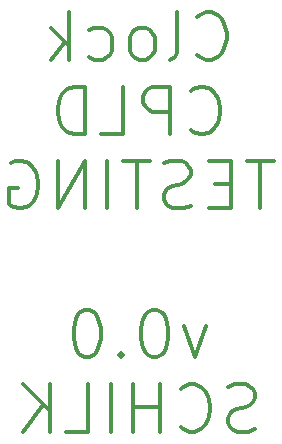
<source format=gbr>
G04 #@! TF.GenerationSoftware,KiCad,Pcbnew,(5.1.5)-3*
G04 #@! TF.CreationDate,2021-02-03T19:11:54+01:00*
G04 #@! TF.ProjectId,psMCU,70734d43-552e-46b6-9963-61645f706362,rev?*
G04 #@! TF.SameCoordinates,Original*
G04 #@! TF.FileFunction,Legend,Bot*
G04 #@! TF.FilePolarity,Positive*
%FSLAX46Y46*%
G04 Gerber Fmt 4.6, Leading zero omitted, Abs format (unit mm)*
G04 Created by KiCad (PCBNEW (5.1.5)-3) date 2021-02-03 19:11:54*
%MOMM*%
%LPD*%
G04 APERTURE LIST*
%ADD10C,0.300000*%
G04 APERTURE END LIST*
D10*
X-134112619Y-75213571D02*
X-133922142Y-75404047D01*
X-133350714Y-75594523D01*
X-132969761Y-75594523D01*
X-132398333Y-75404047D01*
X-132017380Y-75023095D01*
X-131826904Y-74642142D01*
X-131636428Y-73880238D01*
X-131636428Y-73308809D01*
X-131826904Y-72546904D01*
X-132017380Y-72165952D01*
X-132398333Y-71785000D01*
X-132969761Y-71594523D01*
X-133350714Y-71594523D01*
X-133922142Y-71785000D01*
X-134112619Y-71975476D01*
X-136398333Y-75594523D02*
X-136017380Y-75404047D01*
X-135826904Y-75023095D01*
X-135826904Y-71594523D01*
X-138493571Y-75594523D02*
X-138112619Y-75404047D01*
X-137922142Y-75213571D01*
X-137731666Y-74832619D01*
X-137731666Y-73689761D01*
X-137922142Y-73308809D01*
X-138112619Y-73118333D01*
X-138493571Y-72927857D01*
X-139065000Y-72927857D01*
X-139445952Y-73118333D01*
X-139636428Y-73308809D01*
X-139826904Y-73689761D01*
X-139826904Y-74832619D01*
X-139636428Y-75213571D01*
X-139445952Y-75404047D01*
X-139065000Y-75594523D01*
X-138493571Y-75594523D01*
X-143255476Y-75404047D02*
X-142874523Y-75594523D01*
X-142112619Y-75594523D01*
X-141731666Y-75404047D01*
X-141541190Y-75213571D01*
X-141350714Y-74832619D01*
X-141350714Y-73689761D01*
X-141541190Y-73308809D01*
X-141731666Y-73118333D01*
X-142112619Y-72927857D01*
X-142874523Y-72927857D01*
X-143255476Y-73118333D01*
X-144969761Y-75594523D02*
X-144969761Y-71594523D01*
X-145350714Y-74070714D02*
X-146493571Y-75594523D01*
X-146493571Y-72927857D02*
X-144969761Y-74451666D01*
X-134684047Y-81513571D02*
X-134493571Y-81704047D01*
X-133922142Y-81894523D01*
X-133541190Y-81894523D01*
X-132969761Y-81704047D01*
X-132588809Y-81323095D01*
X-132398333Y-80942142D01*
X-132207857Y-80180238D01*
X-132207857Y-79608809D01*
X-132398333Y-78846904D01*
X-132588809Y-78465952D01*
X-132969761Y-78085000D01*
X-133541190Y-77894523D01*
X-133922142Y-77894523D01*
X-134493571Y-78085000D01*
X-134684047Y-78275476D01*
X-136398333Y-81894523D02*
X-136398333Y-77894523D01*
X-137922142Y-77894523D01*
X-138303095Y-78085000D01*
X-138493571Y-78275476D01*
X-138684047Y-78656428D01*
X-138684047Y-79227857D01*
X-138493571Y-79608809D01*
X-138303095Y-79799285D01*
X-137922142Y-79989761D01*
X-136398333Y-79989761D01*
X-142303095Y-81894523D02*
X-140398333Y-81894523D01*
X-140398333Y-77894523D01*
X-143636428Y-81894523D02*
X-143636428Y-77894523D01*
X-144588809Y-77894523D01*
X-145160238Y-78085000D01*
X-145541190Y-78465952D01*
X-145731666Y-78846904D01*
X-145922142Y-79608809D01*
X-145922142Y-80180238D01*
X-145731666Y-80942142D01*
X-145541190Y-81323095D01*
X-145160238Y-81704047D01*
X-144588809Y-81894523D01*
X-143636428Y-81894523D01*
X-127636428Y-84194523D02*
X-129922142Y-84194523D01*
X-128779285Y-88194523D02*
X-128779285Y-84194523D01*
X-131255476Y-86099285D02*
X-132588809Y-86099285D01*
X-133160238Y-88194523D02*
X-131255476Y-88194523D01*
X-131255476Y-84194523D01*
X-133160238Y-84194523D01*
X-134684047Y-88004047D02*
X-135255476Y-88194523D01*
X-136207857Y-88194523D01*
X-136588809Y-88004047D01*
X-136779285Y-87813571D01*
X-136969761Y-87432619D01*
X-136969761Y-87051666D01*
X-136779285Y-86670714D01*
X-136588809Y-86480238D01*
X-136207857Y-86289761D01*
X-135445952Y-86099285D01*
X-135065000Y-85908809D01*
X-134874523Y-85718333D01*
X-134684047Y-85337380D01*
X-134684047Y-84956428D01*
X-134874523Y-84575476D01*
X-135065000Y-84385000D01*
X-135445952Y-84194523D01*
X-136398333Y-84194523D01*
X-136969761Y-84385000D01*
X-138112619Y-84194523D02*
X-140398333Y-84194523D01*
X-139255476Y-88194523D02*
X-139255476Y-84194523D01*
X-141731666Y-88194523D02*
X-141731666Y-84194523D01*
X-143636428Y-88194523D02*
X-143636428Y-84194523D01*
X-145922142Y-88194523D01*
X-145922142Y-84194523D01*
X-149922142Y-84385000D02*
X-149541190Y-84194523D01*
X-148969761Y-84194523D01*
X-148398333Y-84385000D01*
X-148017380Y-84765952D01*
X-147826904Y-85146904D01*
X-147636428Y-85908809D01*
X-147636428Y-86480238D01*
X-147826904Y-87242142D01*
X-148017380Y-87623095D01*
X-148398333Y-88004047D01*
X-148969761Y-88194523D01*
X-149350714Y-88194523D01*
X-149922142Y-88004047D01*
X-150112619Y-87813571D01*
X-150112619Y-86480238D01*
X-149350714Y-86480238D01*
X-133350714Y-98127857D02*
X-134303095Y-100794523D01*
X-135255476Y-98127857D01*
X-137541190Y-96794523D02*
X-137922142Y-96794523D01*
X-138303095Y-96985000D01*
X-138493571Y-97175476D01*
X-138684047Y-97556428D01*
X-138874523Y-98318333D01*
X-138874523Y-99270714D01*
X-138684047Y-100032619D01*
X-138493571Y-100413571D01*
X-138303095Y-100604047D01*
X-137922142Y-100794523D01*
X-137541190Y-100794523D01*
X-137160238Y-100604047D01*
X-136969761Y-100413571D01*
X-136779285Y-100032619D01*
X-136588809Y-99270714D01*
X-136588809Y-98318333D01*
X-136779285Y-97556428D01*
X-136969761Y-97175476D01*
X-137160238Y-96985000D01*
X-137541190Y-96794523D01*
X-140588809Y-100413571D02*
X-140779285Y-100604047D01*
X-140588809Y-100794523D01*
X-140398333Y-100604047D01*
X-140588809Y-100413571D01*
X-140588809Y-100794523D01*
X-143255476Y-96794523D02*
X-143636428Y-96794523D01*
X-144017380Y-96985000D01*
X-144207857Y-97175476D01*
X-144398333Y-97556428D01*
X-144588809Y-98318333D01*
X-144588809Y-99270714D01*
X-144398333Y-100032619D01*
X-144207857Y-100413571D01*
X-144017380Y-100604047D01*
X-143636428Y-100794523D01*
X-143255476Y-100794523D01*
X-142874523Y-100604047D01*
X-142684047Y-100413571D01*
X-142493571Y-100032619D01*
X-142303095Y-99270714D01*
X-142303095Y-98318333D01*
X-142493571Y-97556428D01*
X-142684047Y-97175476D01*
X-142874523Y-96985000D01*
X-143255476Y-96794523D01*
X-129255476Y-106904047D02*
X-129826904Y-107094523D01*
X-130779285Y-107094523D01*
X-131160238Y-106904047D01*
X-131350714Y-106713571D01*
X-131541190Y-106332619D01*
X-131541190Y-105951666D01*
X-131350714Y-105570714D01*
X-131160238Y-105380238D01*
X-130779285Y-105189761D01*
X-130017380Y-104999285D01*
X-129636428Y-104808809D01*
X-129445952Y-104618333D01*
X-129255476Y-104237380D01*
X-129255476Y-103856428D01*
X-129445952Y-103475476D01*
X-129636428Y-103285000D01*
X-130017380Y-103094523D01*
X-130969761Y-103094523D01*
X-131541190Y-103285000D01*
X-135541190Y-106713571D02*
X-135350714Y-106904047D01*
X-134779285Y-107094523D01*
X-134398333Y-107094523D01*
X-133826904Y-106904047D01*
X-133445952Y-106523095D01*
X-133255476Y-106142142D01*
X-133065000Y-105380238D01*
X-133065000Y-104808809D01*
X-133255476Y-104046904D01*
X-133445952Y-103665952D01*
X-133826904Y-103285000D01*
X-134398333Y-103094523D01*
X-134779285Y-103094523D01*
X-135350714Y-103285000D01*
X-135541190Y-103475476D01*
X-137255476Y-107094523D02*
X-137255476Y-103094523D01*
X-137255476Y-104999285D02*
X-139541190Y-104999285D01*
X-139541190Y-107094523D02*
X-139541190Y-103094523D01*
X-141445952Y-107094523D02*
X-141445952Y-103094523D01*
X-145255476Y-107094523D02*
X-143350714Y-107094523D01*
X-143350714Y-103094523D01*
X-146588809Y-107094523D02*
X-146588809Y-103094523D01*
X-148874523Y-107094523D02*
X-147160238Y-104808809D01*
X-148874523Y-103094523D02*
X-146588809Y-105380238D01*
M02*

</source>
